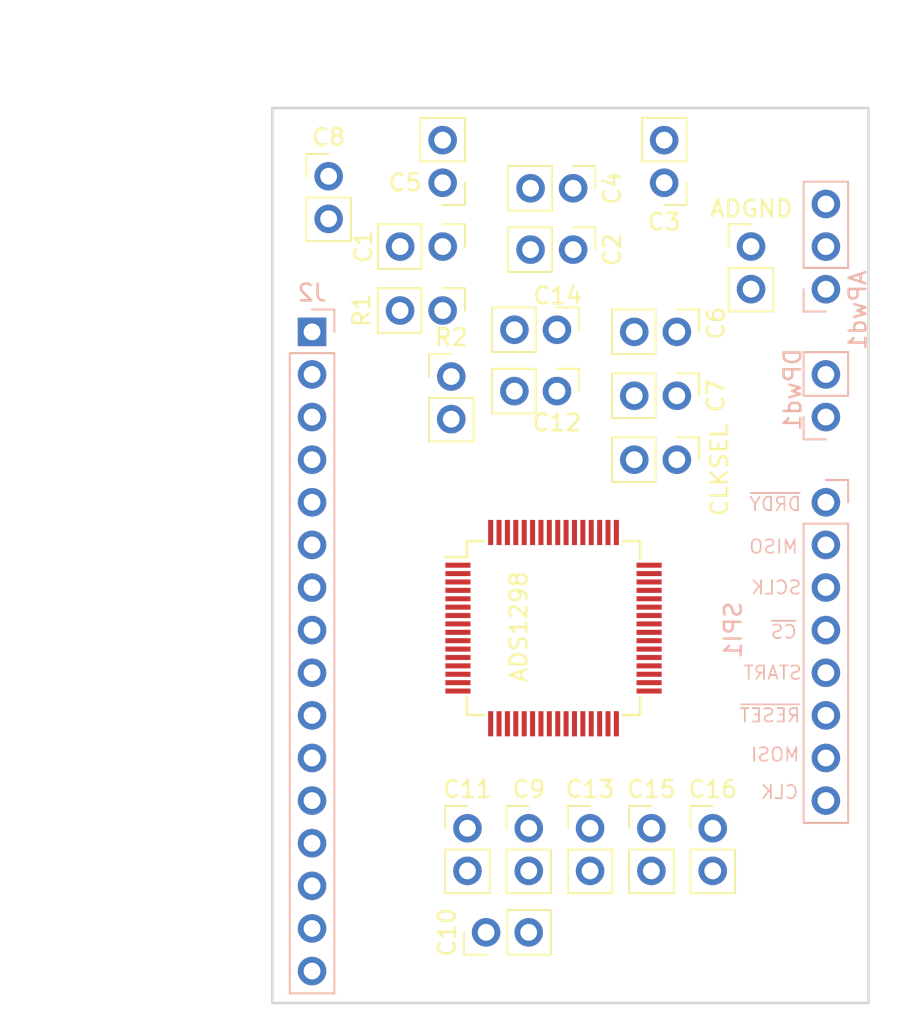
<source format=kicad_pcb>
(kicad_pcb (version 20211014) (generator pcbnew)
  (layers (0 "F.Cu" signal) (31 "B.Cu" signal) (34 "B.Paste" user) (35 "F.Paste" user) (36 "B.SilkS" user "B.Silkscreen") (37 "F.SilkS" user "F.Silkscreen") (38 "B.Mask" user) (39 "F.Mask" user) (44 "Edge.Cuts" user))
  (net 0 "")
  (net 1 "/IN8N")
  (net 2 "/IN8P")
  (net 3 "/IN7N")
  (net 4 "/IN7P")
  (net 5 "/IN6N")
  (net 6 "/IN6P")
  (net 7 "/IN5N")
  (net 8 "/IN5P")
  (net 9 "/IN4N")
  (net 10 "/IN4P")
  (net 11 "/IN3N")
  (net 12 "/IN3P")
  (net 13 "/IN2N")
  (net 14 "/IN2P")
  (net 15 "/IN1N")
  (net 16 "/IN1P")
  (net 17 "/ADS1298/TESTP_PACE_OUT1")
  (net 18 "/ADS1298/TESTN_PACE_OUT2")
  (net 19 "/AVDD")
  (net 20 "/AVSS")
  (net 21 "/ADS1298/RLDREF")
  (net 22 "Net-(ADS1-Pad25)")
  (net 23 "Net-(ADS1-Pad26)")
  (net 24 "Net-(ADS1-Pad27)")
  (net 25 "Net-(ADS1-Pad28)")
  (net 26 "Net-(ADS1-Pad29)")
  (net 27 "Net-(ADS1-Pad30)")
  (net 28 "/DGND")
  (net 29 "/MOSI")
  (net 30 "/DVDD")
  (net 31 "/~{RESET}")
  (net 32 "/CLK")
  (net 33 "/START")
  (net 34 "/~{CS}")
  (net 35 "/SPI_CLK")
  (net 36 "/MISO")
  (net 37 "/~{DRDY}")
  (net 38 "/CLKSEL")
  (net 39 "Net-(ADS1-Pad55)")
  (net 40 "/ADS1298/RLDINV")
  (net 41 "/ADS1298/RLDIN")
  (net 42 "/RDLout")
  (net 43 "Net-(ADS1-Pad64)")
  (net 44 "/AGND")
  (footprint "Housings_QFP:TQFP-64_10x10mm_Pitch0.5mm" (layer "F.Cu") (at 118.3736 111.6396)
    (fp_text reference "ADS1298" (at -2.076 -0.082 90) (layer "F.SilkS"))
    (fp_text value "ADS1298")
    (fp_line (start -5.175 -5.175) (end -4.125 -5.175) (layer "F.SilkS") (width 0.15))
    (fp_line (start -5.175 5.175) (end -5.175 4.125) (layer "F.SilkS") (width 0.15))
    (fp_line (start 5.175 5.175) (end 5.175 4.125) (layer "F.SilkS") (width 0.15))
    (fp_line (start 5.175 -5.175) (end 5.175 -4.125) (layer "F.SilkS") (width 0.15))
    (fp_line (start 5.175 5.175) (end 4.125 5.175) (layer "F.SilkS") (width 0.15))
    (fp_line (start -5.175 -4.225) (end -6.45 -4.225) (layer "F.SilkS") (width 0.15))
    (fp_line (start -5.175 -5.175) (end -5.175 -4.225) (layer "F.SilkS") (width 0.15))
    (fp_line (start 5.175 -5.175) (end 4.125 -5.175) (layer "F.SilkS") (width 0.15))
    (fp_line (start -5.175 5.175) (end -4.125 5.175) (layer "F.SilkS") (width 0.15))
    (pad "1" smd rect locked (at -5.7 -3.75) (size 1.5 0.3) (layers "F.Cu" "F.Paste" "F.Mask") (net 1 "/IN8N"))
    (pad "2" smd rect locked (at -5.7 -3.25) (size 1.5 0.3) (layers "F.Cu" "F.Paste" "F.Mask") (net 2 "/IN8P"))
    (pad "3" smd rect locked (at -5.7 -2.75) (size 1.5 0.3) (layers "F.Cu" "F.Paste" "F.Mask") (net 3 "/IN7N"))
    (pad "4" smd rect locked (at -5.7 -2.25) (size 1.5 0.3) (layers "F.Cu" "F.Paste" "F.Mask") (net 4 "/IN7P"))
    (pad "5" smd rect locked (at -5.7 -1.75) (size 1.5 0.3) (layers "F.Cu" "F.Paste" "F.Mask") (net 5 "/IN6N"))
    (pad "6" smd rect locked (at -5.7 -1.25) (size 1.5 0.3) (layers "F.Cu" "F.Paste" "F.Mask") (net 6 "/IN6P"))
    (pad "7" smd rect locked (at -5.7 -0.75) (size 1.5 0.3) (layers "F.Cu" "F.Paste" "F.Mask") (net 7 "/IN5N"))
    (pad "8" smd rect locked (at -5.7 -0.25) (size 1.5 0.3) (layers "F.Cu" "F.Paste" "F.Mask") (net 8 "/IN5P"))
    (pad "9" smd rect locked (at -5.7 0.25) (size 1.5 0.3) (layers "F.Cu" "F.Paste" "F.Mask") (net 9 "/IN4N"))
    (pad "10" smd rect locked (at -5.7 0.75) (size 1.5 0.3) (layers "F.Cu" "F.Paste" "F.Mask") (net 10 "/IN4P"))
    (pad "11" smd rect locked (at -5.7 1.25) (size 1.5 0.3) (layers "F.Cu" "F.Paste" "F.Mask") (net 11 "/IN3N"))
    (pad "12" smd rect locked (at -5.7 1.75) (size 1.5 0.3) (layers "F.Cu" "F.Paste" "F.Mask") (net 12 "/IN3P"))
    (pad "13" smd rect locked (at -5.7 2.25) (size 1.5 0.3) (layers "F.Cu" "F.Paste" "F.Mask") (net 13 "/IN2N"))
    (pad "14" smd rect locked (at -5.7 2.75) (size 1.5 0.3) (layers "F.Cu" "F.Paste" "F.Mask") (net 14 "/IN2P"))
    (pad "15" smd rect locked (at -5.7 3.25) (size 1.5 0.3) (layers "F.Cu" "F.Paste" "F.Mask") (net 15 "/IN1N"))
    (pad "16" smd rect locked (at -5.7 3.75) (size 1.5 0.3) (layers "F.Cu" "F.Paste" "F.Mask") (net 16 "/IN1P"))
    (pad "17" smd rect locked (at -3.75 5.7 90) (size 1.5 0.3) (layers "F.Cu" "F.Paste" "F.Mask") (net 17 "/ADS1298/TESTP_PACE_OUT1"))
    (pad "18" smd rect locked (at -3.25 5.7 90) (size 1.5 0.3) (layers "F.Cu" "F.Paste" "F.Mask") (net 18 "/ADS1298/TESTN_PACE_OUT2"))
    (pad "19" smd rect locked (at -2.75 5.7 90) (size 1.5 0.3) (layers "F.Cu" "F.Paste" "F.Mask") (net 19 "/AVDD"))
    (pad "20" smd rect locked (at -2.25 5.7 90) (size 1.5 0.3) (layers "F.Cu" "F.Paste" "F.Mask") (net 20 "/AVSS"))
    (pad "21" smd rect locked (at -1.75 5.7 90) (size 1.5 0.3) (layers "F.Cu" "F.Paste" "F.Mask") (net 19 "/AVDD"))
    (pad "22" smd rect locked (at -1.25 5.7 90) (size 1.5 0.3) (layers "F.Cu" "F.Paste" "F.Mask") (net 19 "/AVDD"))
    (pad "23" smd rect locked (at -0.75 5.7 90) (size 1.5 0.3) (layers "F.Cu" "F.Paste" "F.Mask") (net 20 "/AVSS"))
    (pad "24" smd rect locked (at -0.25 5.7 90) (size 1.5 0.3) (layers "F.Cu" "F.Paste" "F.Mask") (net 21 "/ADS1298/RLDREF"))
    (pad "25" smd rect locked (at 0.25 5.7 90) (size 1.5 0.3) (layers "F.Cu" "F.Paste" "F.Mask") (net 22 "Net-(ADS1-Pad25)"))
    (pad "26" smd rect locked (at 0.75 5.7 90) (size 1.5 0.3) (layers "F.Cu" "F.Paste" "F.Mask") (net 23 "Net-(ADS1-Pad26)"))
    (pad "27" smd rect locked (at 1.25 5.7 90) (size 1.5 0.3) (layers "F.Cu" "F.Paste" "F.Mask") (net 24 "Net-(ADS1-Pad27)"))
    (pad "28" smd rect locked (at 1.75 5.7 90) (size 1.5 0.3) (layers "F.Cu" "F.Paste" "F.Mask") (net 25 "Net-(ADS1-Pad28)"))
    (pad "29" smd rect locked (at 2.25 5.7 90) (size 1.5 0.3) (layers "F.Cu" "F.Paste" "F.Mask") (net 26 "Net-(ADS1-Pad29)"))
    (pad "30" smd rect locked (at 2.75 5.7 90) (size 1.5 0.3) (layers "F.Cu" "F.Paste" "F.Mask") (net 27 "Net-(ADS1-Pad30)"))
    (pad "31" smd rect locked (at 3.25 5.7 90) (size 1.5 0.3) (layers "F.Cu" "F.Paste" "F.Mask") (net 28 "/DGND"))
    (pad "32" smd rect locked (at 3.75 5.7 90) (size 1.5 0.3) (layers "F.Cu" "F.Paste" "F.Mask") (net 20 "/AVSS"))
    (pad "33" smd rect locked (at 5.7 3.75) (size 1.5 0.3) (layers "F.Cu" "F.Paste" "F.Mask") (net 28 "/DGND"))
    (pad "34" smd rect locked (at 5.7 3.25) (size 1.5 0.3) (layers "F.Cu" "F.Paste" "F.Mask") (net 29 "/MOSI"))
    (pad "35" smd rect locked (at 5.7 2.75) (size 1.5 0.3) (layers "F.Cu" "F.Paste" "F.Mask") (net 30 "/DVDD"))
    (pad "36" smd rect locked (at 5.7 2.25) (size 1.5 0.3) (layers "F.Cu" "F.Paste" "F.Mask") (net 31 "/~{RESET}"))
    (pad "37" smd rect locked (at 5.7 1.75) (size 1.5 0.3) (layers "F.Cu" "F.Paste" "F.Mask") (net 32 "/CLK"))
    (pad "38" smd rect locked (at 5.7 1.25) (size 1.5 0.3) (layers "F.Cu" "F.Paste" "F.Mask") (net 33 "/START"))
    (pad "39" smd rect locked (at 5.7 0.75) (size 1.5 0.3) (layers "F.Cu" "F.Paste" "F.Mask") (net 34 "/~{CS}"))
    (pad "40" smd rect locked (at 5.7 0.25) (size 1.5 0.3) (layers "F.Cu" "F.Paste" "F.Mask") (net 35 "/SPI_CLK"))
    (pad "41" smd rect locked (at 5.7 -0.25) (size 1.5 0.3) (layers "F.Cu" "F.Paste" "F.Mask") (net 28 "/DGND"))
    (pad "42" smd rect locked (at 5.7 -0.75) (size 1.5 0.3) (layers "F.Cu" "F.Paste" "F.Mask") (net 28 "/DGND"))
    (pad "43" smd rect locked (at 5.7 -1.25) (size 1.5 0.3) (layers "F.Cu" "F.Paste" "F.Mask") (net 36 "/MISO"))
    (pad "44" smd rect locked (at 5.7 -1.75) (size 1.5 0.3) (layers "F.Cu" "F.Paste" "F.Mask") (net 28 "/DGND"))
    (pad "45" smd rect locked (at 5.7 -2.25) (size 1.5 0.3) (layers "F.Cu" "F.Paste" "F.Mask") (net 28 "/DGND"))
    (pad "46" smd rect locked (at 5.7 -2.75) (size 1.5 0.3) (layers "F.Cu" "F.Paste" "F.Mask") (net 28 "/DGND"))
    (pad "47" smd rect locked (at 5.7 -3.25) (size 1.5 0.3) (layers "F.Cu" "F.Paste" "F.Mask") (net 37 "/~{DRDY}"))
    (pad "48" smd rect locked (at 5.7 -3.75) (size 1.5 0.3) (layers "F.Cu" "F.Paste" "F.Mask") (net 30 "/DVDD"))
    (pad "49" smd rect locked (at 3.75 -5.7 90) (size 1.5 0.3) (layers "F.Cu" "F.Paste" "F.Mask") (net 28 "/DGND"))
    (pad "50" smd rect locked (at 3.25 -5.7 90) (size 1.5 0.3) (layers "F.Cu" "F.Paste" "F.Mask") (net 30 "/DVDD"))
    (pad "51" smd rect locked (at 2.75 -5.7 90) (size 1.5 0.3) (layers "F.Cu" "F.Paste" "F.Mask") (net 28 "/DGND"))
    (pad "52" smd rect locked (at 2.25 -5.7 90) (size 1.5 0.3) (layers "F.Cu" "F.Paste" "F.Mask") (net 38 "/CLKSEL"))
    (pad "53" smd rect locked (at 1.75 -5.7 90) (size 1.5 0.3) (layers "F.Cu" "F.Paste" "F.Mask") (net 20 "/AVSS"))
    (pad "54" smd rect locked (at 1.25 -5.7 90) (size 1.5 0.3) (layers "F.Cu" "F.Paste" "F.Mask") (net 19 "/AVDD"))
    (pad "55" smd rect locked (at 0.75 -5.7 90) (size 1.5 0.3) (layers "F.Cu" "F.Paste" "F.Mask") (net 39 "Net-(ADS1-Pad55)"))
    (pad "56" smd rect locked (at 0.25 -5.7 90) (size 1.5 0.3) (layers "F.Cu" "F.Paste" "F.Mask") (net 19 "/AVDD"))
    (pad "57" smd rect locked (at -0.25 -5.7 90) (size 1.5 0.3) (layers "F.Cu" "F.Paste" "F.Mask") (net 20 "/AVSS"))
    (pad "58" smd rect locked (at -0.75 -5.7 90) (size 1.5 0.3) (layers "F.Cu" "F.Paste" "F.Mask") (net 20 "/AVSS"))
    (pad "59" smd rect locked (at -1.25 -5.7 90) (size 1.5 0.3) (layers "F.Cu" "F.Paste" "F.Mask") (net 19 "/AVDD"))
    (pad "60" smd rect locked (at -1.75 -5.7 90) (size 1.5 0.3) (layers "F.Cu" "F.Paste" "F.Mask") (net 21 "/ADS1298/RLDREF"))
    (pad "61" smd rect locked (at -2.25 -5.7 90) (size 1.5 0.3) (layers "F.Cu" "F.Paste" "F.Mask") (net 40 "/ADS1298/RLDINV"))
    (pad "62" smd rect locked (at -2.75 -5.7 90) (size 1.5 0.3) (layers "F.Cu" "F.Paste" "F.Mask") (net 41 "/ADS1298/RLDIN"))
    (pad "63" smd rect locked (at -3.25 -5.7 90) (size 1.5 0.3) (layers "F.Cu" "F.Paste" "F.Mask") (net 42 "/RDLout"))
    (pad "64" smd rect locked (at -3.75 -5.7 90) (size 1.5 0.3) (layers "F.Cu" "F.Paste" "F.Mask") (net 43 "Net-(ADS1-Pad64)"))
  )
  (footprint "Connector_PinHeader_2.54mm:PinHeader_1x02_P2.54mm_Vertical" (layer "F.Cu") (at 111.765 88.9 -90)
    (fp_text reference "C1" (at 0 4.7294 -270) (layer "F.SilkS"))
    (fp_text value "1nf")
    (fp_line (start -1.33 1.27) (end -1.33 3.87) (layer "F.SilkS") (width 0.12))
    (fp_line (start 1.33 1.27) (end 1.33 3.87) (layer "F.SilkS") (width 0.12))
    (fp_line (start -1.33 1.27) (end 1.33 1.27) (layer "F.SilkS") (width 0.12))
    (fp_line (start -1.33 -1.33) (end 0 -1.33) (layer "F.SilkS") (width 0.12))
    (fp_line (start -1.33 3.87) (end 1.33 3.87) (layer "F.SilkS") (width 0.12))
    (fp_line (start -1.33 0) (end -1.33 -1.33) (layer "F.SilkS") (width 0.12))
    (pad "1" thru_hole circle (at 0 0 270) (size 1.7 1.7) (drill 1) (layers *.Cu *.Mask) (net 40 "/ADS1298/RLDINV"))
    (pad "2" thru_hole oval (at 0 2.54 270) (size 1.7 1.7) (drill 1) (layers *.Cu *.Mask) (net 42 "/RDLout"))
  )
  (footprint "Connector_PinHeader_2.54mm:PinHeader_1x02_P2.54mm_Vertical" (layer "F.Cu") (at 119.5438 89.0804 -90)
    (fp_text reference "C2" (at 0 -2.33 90) (layer "F.SilkS"))
    (fp_text value "1uF")
    (fp_line (start -1.33 1.27) (end 1.33 1.27) (layer "F.SilkS") (width 0.12))
    (fp_line (start -1.33 3.87) (end 1.33 3.87) (layer "F.SilkS") (width 0.12))
    (fp_line (start 1.33 1.27) (end 1.33 3.87) (layer "F.SilkS") (width 0.12))
    (fp_line (start -1.33 1.27) (end -1.33 3.87) (layer "F.SilkS") (width 0.12))
    (fp_line (start -1.33 0) (end -1.33 -1.33) (layer "F.SilkS") (width 0.12))
    (fp_line (start -1.33 -1.33) (end 0 -1.33) (layer "F.SilkS") (width 0.12))
    (pad "1" thru_hole circle (at 0 0 270) (size 1.7 1.7) (drill 1) (layers *.Cu *.Mask) (net 19 "/AVDD"))
    (pad "2" thru_hole oval (at 0 2.54 270) (size 1.7 1.7) (drill 1) (layers *.Cu *.Mask) (net 44 "/AGND"))
  )
  (footprint "Connector_PinHeader_2.54mm:PinHeader_1x02_P2.54mm_Vertical" (layer "F.Cu") (at 124.9744 85.095 180)
    (fp_text reference "C3" (at 0 -2.33) (layer "F.SilkS"))
    (fp_text value "1uF")
    (fp_line (start 1.33 1.27) (end 1.33 3.87) (layer "F.SilkS") (width 0.12))
    (fp_line (start -1.33 1.27) (end 1.33 1.27) (layer "F.SilkS") (width 0.12))
    (fp_line (start -1.33 1.27) (end -1.33 3.87) (layer "F.SilkS") (width 0.12))
    (fp_line (start -1.33 3.87) (end 1.33 3.87) (layer "F.SilkS") (width 0.12))
    (fp_line (start -1.33 -1.33) (end 0 -1.33) (layer "F.SilkS") (width 0.12))
    (fp_line (start -1.33 0) (end -1.33 -1.33) (layer "F.SilkS") (width 0.12))
    (pad "1" thru_hole circle (at 0 0 180) (size 1.7 1.7) (drill 1) (layers *.Cu *.Mask) (net 44 "/AGND"))
    (pad "2" thru_hole oval (at 0 2.54 180) (size 1.7 1.7) (drill 1) (layers *.Cu *.Mask) (net 20 "/AVSS"))
  )
  (footprint "Connector_PinHeader_2.54mm:PinHeader_1x02_P2.54mm_Vertical" (layer "F.Cu") (at 119.5438 85.4228 -90)
    (fp_text reference "C4" (at 0 -2.33 90) (layer "F.SilkS"))
    (fp_text value "0.1uF")
    (fp_line (start -1.33 1.27) (end 1.33 1.27) (layer "F.SilkS") (width 0.12))
    (fp_line (start -1.33 1.27) (end -1.33 3.87) (layer "F.SilkS") (width 0.12))
    (fp_line (start 1.33 1.27) (end 1.33 3.87) (layer "F.SilkS") (width 0.12))
    (fp_line (start -1.33 3.87) (end 1.33 3.87) (layer "F.SilkS") (width 0.12))
    (fp_line (start -1.33 0) (end -1.33 -1.33) (layer "F.SilkS") (width 0.12))
    (fp_line (start -1.33 -1.33) (end 0 -1.33) (layer "F.SilkS") (width 0.12))
    (pad "1" thru_hole circle (at 0 0 270) (size 1.7 1.7) (drill 1) (layers *.Cu *.Mask) (net 19 "/AVDD"))
    (pad "2" thru_hole oval (at 0 2.54 270) (size 1.7 1.7) (drill 1) (layers *.Cu *.Mask) (net 44 "/AGND"))
  )
  (footprint "Connector_PinHeader_2.54mm:PinHeader_1x02_P2.54mm_Vertical" (layer "F.Cu") (at 111.76 85.095 180)
    (fp_text reference "C5" (at 2.2352 0.005) (layer "F.SilkS"))
    (fp_text value "0.1uF")
    (fp_line (start -1.33 1.27) (end -1.33 3.87) (layer "F.SilkS") (width 0.12))
    (fp_line (start -1.33 -1.33) (end 0 -1.33) (layer "F.SilkS") (width 0.12))
    (fp_line (start 1.33 1.27) (end 1.33 3.87) (layer "F.SilkS") (width 0.12))
    (fp_line (start -1.33 0) (end -1.33 -1.33) (layer "F.SilkS") (width 0.12))
    (fp_line (start -1.33 3.87) (end 1.33 3.87) (layer "F.SilkS") (width 0.12))
    (fp_line (start -1.33 1.27) (end 1.33 1.27) (layer "F.SilkS") (width 0.12))
    (pad "1" thru_hole circle (at 0 0 180) (size 1.7 1.7) (drill 1) (layers *.Cu *.Mask) (net 44 "/AGND"))
    (pad "2" thru_hole oval (at 0 2.54 180) (size 1.7 1.7) (drill 1) (layers *.Cu *.Mask) (net 20 "/AVSS"))
  )
  (footprint "Connector_PinHeader_2.54mm:PinHeader_1x02_P2.54mm_Vertical" (layer "F.Cu") (at 125.73 93.98 -90)
    (fp_text reference "C6" (at -0.508 -2.33 90) (layer "F.SilkS"))
    (fp_text value "1uF")
    (fp_line (start -1.33 3.87) (end 1.33 3.87) (layer "F.SilkS") (width 0.12))
    (fp_line (start -1.33 1.27) (end -1.33 3.87) (layer "F.SilkS") (width 0.12))
    (fp_line (start 1.33 1.27) (end 1.33 3.87) (layer "F.SilkS") (width 0.12))
    (fp_line (start -1.33 1.27) (end 1.33 1.27) (layer "F.SilkS") (width 0.12))
    (fp_line (start -1.33 -1.33) (end 0 -1.33) (layer "F.SilkS") (width 0.12))
    (fp_line (start -1.33 0) (end -1.33 -1.33) (layer "F.SilkS") (width 0.12))
    (pad "1" thru_hole circle (at 0 0 270) (size 1.7 1.7) (drill 1) (layers *.Cu *.Mask) (net 30 "/DVDD"))
    (pad "2" thru_hole oval (at 0 2.54 270) (size 1.7 1.7) (drill 1) (layers *.Cu *.Mask) (net 28 "/DGND"))
  )
  (footprint "Connector_PinHeader_2.54mm:PinHeader_1x02_P2.54mm_Vertical" (layer "F.Cu") (at 125.73 97.79 -90)
    (fp_text reference "C7" (at 0 -2.33 90) (layer "F.SilkS"))
    (fp_text value "0.1uF")
    (fp_line (start -1.33 1.27) (end 1.33 1.27) (layer "F.SilkS") (width 0.12))
    (fp_line (start -1.33 0) (end -1.33 -1.33) (layer "F.SilkS") (width 0.12))
    (fp_line (start -1.33 1.27) (end -1.33 3.87) (layer "F.SilkS") (width 0.12))
    (fp_line (start 1.33 1.27) (end 1.33 3.87) (layer "F.SilkS") (width 0.12))
    (fp_line (start -1.33 -1.33) (end 0 -1.33) (layer "F.SilkS") (width 0.12))
    (fp_line (start -1.33 3.87) (end 1.33 3.87) (layer "F.SilkS") (width 0.12))
    (pad "1" thru_hole circle (at 0 0 270) (size 1.7 1.7) (drill 1) (layers *.Cu *.Mask) (net 30 "/DVDD"))
    (pad "2" thru_hole oval (at 0 2.54 270) (size 1.7 1.7) (drill 1) (layers *.Cu *.Mask) (net 28 "/DGND"))
  )
  (footprint "Connector_PinHeader_2.54mm:PinHeader_1x02_P2.54mm_Vertical" (layer "F.Cu") (at 104.9592 84.7066)
    (fp_text reference "C8" (at 0 -2.33) (layer "F.SilkS"))
    (fp_text value "100pf")
    (fp_line (start -1.33 1.27) (end -1.33 3.87) (layer "F.SilkS") (width 0.12))
    (fp_line (start 1.33 1.27) (end 1.33 3.87) (layer "F.SilkS") (width 0.12))
    (fp_line (start -1.33 -1.33) (end 0 -1.33) (layer "F.SilkS") (width 0.12))
    (fp_line (start -1.33 1.27) (end 1.33 1.27) (layer "F.SilkS") (width 0.12))
    (fp_line (start -1.33 3.87) (end 1.33 3.87) (layer "F.SilkS") (width 0.12))
    (fp_line (start -1.33 0) (end -1.33 -1.33) (layer "F.SilkS") (width 0.12))
    (pad "1" thru_hole circle (at 0 0) (size 1.7 1.7) (drill 1) (layers *.Cu *.Mask) (net 20 "/AVSS"))
    (pad "2" thru_hole oval (at 0 2.54) (size 1.7 1.7) (drill 1) (layers *.Cu *.Mask) (net 43 "Net-(ADS1-Pad64)"))
  )
  (footprint "Connector_PinHeader_2.54mm:PinHeader_1x02_P2.54mm_Vertical" (layer "F.Cu") (at 116.8972 123.5686)
    (fp_text reference "C9" (at 0 -2.33) (layer "F.SilkS"))
    (fp_text value "0.1uF")
    (fp_line (start -1.33 3.87) (end 1.33 3.87) (layer "F.SilkS") (width 0.12))
    (fp_line (start -1.33 -1.33) (end 0 -1.33) (layer "F.SilkS") (width 0.12))
    (fp_line (start -1.33 0) (end -1.33 -1.33) (layer "F.SilkS") (width 0.12))
    (fp_line (start 1.33 1.27) (end 1.33 3.87) (layer "F.SilkS") (width 0.12))
    (fp_line (start -1.33 1.27) (end 1.33 1.27) (layer "F.SilkS") (width 0.12))
    (fp_line (start -1.33 1.27) (end -1.33 3.87) (layer "F.SilkS") (width 0.12))
    (pad "1" thru_hole circle (at 0 0) (size 1.7 1.7) (drill 1) (layers *.Cu *.Mask) (net 21 "/ADS1298/RLDREF"))
    (pad "2" thru_hole oval (at 0 2.54) (size 1.7 1.7) (drill 1) (layers *.Cu *.Mask) (net 22 "Net-(ADS1-Pad25)"))
  )
  (footprint "Connector_PinHeader_2.54mm:PinHeader_1x02_P2.54mm_Vertical" (layer "F.Cu") (at 114.3522 129.7712 90)
    (fp_text reference "C10" (at 0 -2.33 90) (layer "F.SilkS"))
    (fp_text value "1uF")
    (fp_line (start -1.33 3.87) (end 1.33 3.87) (layer "F.SilkS") (width 0.12))
    (fp_line (start -1.33 0) (end -1.33 -1.33) (layer "F.SilkS") (width 0.12))
    (fp_line (start 1.33 1.27) (end 1.33 3.87) (layer "F.SilkS") (width 0.12))
    (fp_line (start -1.33 1.27) (end -1.33 3.87) (layer "F.SilkS") (width 0.12))
    (fp_line (start -1.33 1.27) (end 1.33 1.27) (layer "F.SilkS") (width 0.12))
    (fp_line (start -1.33 -1.33) (end 0 -1.33) (layer "F.SilkS") (width 0.12))
    (pad "1" thru_hole circle (at 0 0 90) (size 1.7 1.7) (drill 1) (layers *.Cu *.Mask) (net 22 "Net-(ADS1-Pad25)"))
    (pad "2" thru_hole oval (at 0 2.54 90) (size 1.7 1.7) (drill 1) (layers *.Cu *.Mask) (net 20 "/AVSS"))
  )
  (footprint "Connector_PinHeader_2.54mm:PinHeader_1x02_P2.54mm_Vertical" (layer "F.Cu") (at 113.2396 123.5686)
    (fp_text reference "C11" (at 0 -2.33) (layer "F.SilkS"))
    (fp_text value "10uF")
    (fp_line (start -1.33 0) (end -1.33 -1.33) (layer "F.SilkS") (width 0.12))
    (fp_line (start 1.33 1.27) (end 1.33 3.87) (layer "F.SilkS") (width 0.12))
    (fp_line (start -1.33 -1.33) (end 0 -1.33) (layer "F.SilkS") (width 0.12))
    (fp_line (start -1.33 1.27) (end 1.33 1.27) (layer "F.SilkS") (width 0.12))
    (fp_line (start -1.33 1.27) (end -1.33 3.87) (layer "F.SilkS") (width 0.12))
    (fp_line (start -1.33 3.87) (end 1.33 3.87) (layer "F.SilkS") (width 0.12))
    (pad "1" thru_hole circle (at 0 0) (size 1.7 1.7) (drill 1) (layers *.Cu *.Mask) (net 21 "/ADS1298/RLDREF"))
    (pad "2" thru_hole oval (at 0 2.54) (size 1.7 1.7) (drill 1) (layers *.Cu *.Mask) (net 22 "Net-(ADS1-Pad25)"))
  )
  (footprint "Connector_PinHeader_2.54mm:PinHeader_1x02_P2.54mm_Vertical" (layer "F.Cu") (at 118.5786 97.5132 -90)
    (fp_text reference "C12" (at 1.8796 0.005 180) (layer "F.SilkS"))
    (fp_text value "1uF")
    (fp_line (start -1.33 -1.33) (end 0 -1.33) (layer "F.SilkS") (width 0.12))
    (fp_line (start -1.33 0) (end -1.33 -1.33) (layer "F.SilkS") (width 0.12))
    (fp_line (start 1.33 1.27) (end 1.33 3.87) (layer "F.SilkS") (width 0.12))
    (fp_line (start -1.33 3.87) (end 1.33 3.87) (layer "F.SilkS") (width 0.12))
    (fp_line (start -1.33 1.27) (end -1.33 3.87) (layer "F.SilkS") (width 0.12))
    (fp_line (start -1.33 1.27) (end 1.33 1.27) (layer "F.SilkS") (width 0.12))
    (pad "1" thru_hole circle (at 0 0 270) (size 1.7 1.7) (drill 1) (layers *.Cu *.Mask) (net 20 "/AVSS"))
    (pad "2" thru_hole oval (at 0 2.54 270) (size 1.7 1.7) (drill 1) (layers *.Cu *.Mask) (net 39 "Net-(ADS1-Pad55)"))
  )
  (footprint "Connector_PinHeader_2.54mm:PinHeader_1x02_P2.54mm_Vertical" (layer "F.Cu") (at 120.5548 123.5686)
    (fp_text reference "C13" (at 0 -2.33) (layer "F.SilkS"))
    (fp_text value "1uF")
    (fp_line (start -1.33 3.87) (end 1.33 3.87) (layer "F.SilkS") (width 0.12))
    (fp_line (start 1.33 1.27) (end 1.33 3.87) (layer "F.SilkS") (width 0.12))
    (fp_line (start -1.33 -1.33) (end 0 -1.33) (layer "F.SilkS") (width 0.12))
    (fp_line (start -1.33 1.27) (end 1.33 1.27) (layer "F.SilkS") (width 0.12))
    (fp_line (start -1.33 0) (end -1.33 -1.33) (layer "F.SilkS") (width 0.12))
    (fp_line (start -1.33 1.27) (end -1.33 3.87) (layer "F.SilkS") (width 0.12))
    (pad "1" thru_hole circle (at 0 0) (size 1.7 1.7) (drill 1) (layers *.Cu *.Mask) (net 23 "Net-(ADS1-Pad26)"))
    (pad "2" thru_hole oval (at 0 2.54) (size 1.7 1.7) (drill 1) (layers *.Cu *.Mask) (net 20 "/AVSS"))
  )
  (footprint "Connector_PinHeader_2.54mm:PinHeader_1x02_P2.54mm_Vertical" (layer "F.Cu") (at 118.5786 93.8556 -90)
    (fp_text reference "C14" (at -2.032 -0.0458 180) (layer "F.SilkS"))
    (fp_text value "0.1uF")
    (fp_line (start -1.33 1.27) (end -1.33 3.87) (layer "F.SilkS") (width 0.12))
    (fp_line (start -1.33 3.87) (end 1.33 3.87) (layer "F.SilkS") (width 0.12))
    (fp_line (start -1.33 -1.33) (end 0 -1.33) (layer "F.SilkS") (width 0.12))
    (fp_line (start 1.33 1.27) (end 1.33 3.87) (layer "F.SilkS") (width 0.12))
    (fp_line (start -1.33 1.27) (end 1.33 1.27) (layer "F.SilkS") (width 0.12))
    (fp_line (start -1.33 0) (end -1.33 -1.33) (layer "F.SilkS") (width 0.12))
    (pad "1" thru_hole circle (at 0 0 270) (size 1.7 1.7) (drill 1) (layers *.Cu *.Mask) (net 20 "/AVSS"))
    (pad "2" thru_hole oval (at 0 2.54 270) (size 1.7 1.7) (drill 1) (layers *.Cu *.Mask) (net 39 "Net-(ADS1-Pad55)"))
  )
  (footprint "Connector_PinHeader_2.54mm:PinHeader_1x02_P2.54mm_Vertical" (layer "F.Cu") (at 124.2124 123.5686)
    (fp_text reference "C15" (at 0 -2.33) (layer "F.SilkS"))
    (fp_text value "22uF")
    (fp_line (start 1.33 1.27) (end 1.33 3.87) (layer "F.SilkS") (width 0.12))
    (fp_line (start -1.33 1.27) (end -1.33 3.87) (layer "F.SilkS") (width 0.12))
    (fp_line (start -1.33 3.87) (end 1.33 3.87) (layer "F.SilkS") (width 0.12))
    (fp_line (start -1.33 1.27) (end 1.33 1.27) (layer "F.SilkS") (width 0.12))
    (fp_line (start -1.33 -1.33) (end 0 -1.33) (layer "F.SilkS") (width 0.12))
    (fp_line (start -1.33 0) (end -1.33 -1.33) (layer "F.SilkS") (width 0.12))
    (pad "1" thru_hole circle (at 0 0) (size 1.7 1.7) (drill 1) (layers *.Cu *.Mask) (net 25 "Net-(ADS1-Pad28)"))
    (pad "2" thru_hole oval (at 0 2.54) (size 1.7 1.7) (drill 1) (layers *.Cu *.Mask) (net 20 "/AVSS"))
  )
  (footprint "Connector_PinHeader_2.54mm:PinHeader_1x02_P2.54mm_Vertical" (layer "F.Cu") (at 127.87 123.5686)
    (fp_text reference "C16" (at 0 -2.33) (layer "F.SilkS"))
    (fp_text value "1uF")
    (fp_line (start 1.33 1.27) (end 1.33 3.87) (layer "F.SilkS") (width 0.12))
    (fp_line (start -1.33 -1.33) (end 0 -1.33) (layer "F.SilkS") (width 0.12))
    (fp_line (start -1.33 3.87) (end 1.33 3.87) (layer "F.SilkS") (width 0.12))
    (fp_line (start -1.33 0) (end -1.33 -1.33) (layer "F.SilkS") (width 0.12))
    (fp_line (start -1.33 1.27) (end 1.33 1.27) (layer "F.SilkS") (width 0.12))
    (fp_line (start -1.33 1.27) (end -1.33 3.87) (layer "F.SilkS") (width 0.12))
    (pad "1" thru_hole circle (at 0 0) (size 1.7 1.7) (drill 1) (layers *.Cu *.Mask) (net 27 "Net-(ADS1-Pad30)"))
    (pad "2" thru_hole oval (at 0 2.54) (size 1.7 1.7) (drill 1) (layers *.Cu *.Mask) (net 20 "/AVSS"))
  )
  (footprint "Connector_PinHeader_2.54mm:PinHeader_1x02_P2.54mm_Vertical" (layer "F.Cu") (at 125.73 101.6 -90)
    (fp_text reference "CLKSEL" (at 0.635 -2.54 -90) (layer "F.SilkS"))
    (fp_text value "Jumper_NO_Small")
    (fp_line (start -1.33 -1.33) (end 0 -1.33) (layer "F.SilkS") (width 0.12))
    (fp_line (start -1.33 0) (end -1.33 -1.33) (layer "F.SilkS") (width 0.12))
    (fp_line (start -1.33 1.27) (end -1.33 3.87) (layer "F.SilkS") (width 0.12))
    (fp_line (start -1.33 1.27) (end 1.33 1.27) (layer "F.SilkS") (width 0.12))
    (fp_line (start -1.33 3.87) (end 1.33 3.87) (layer "F.SilkS") (width 0.12))
    (fp_line (start 1.33 1.27) (end 1.33 3.87) (layer "F.SilkS") (width 0.12))
    (pad "1" thru_hole circle (at 0 0 270) (size 1.7 1.7) (drill 1) (layers *.Cu *.Mask) (net 30 "/DVDD"))
    (pad "2" thru_hole oval (at 0 2.54 270) (size 1.7 1.7) (drill 1) (layers *.Cu *.Mask) (net 38 "/CLKSEL"))
  )
  (footprint "Connector_PinHeader_2.54mm:PinHeader_1x02_P2.54mm_Vertical" (layer "F.Cu") (at 130.156 88.895)
    (fp_text reference "ADGND" (at 0.019 -2.2582) (layer "F.SilkS"))
    (fp_text value "Jumper_NO_Small")
    (fp_line (start -1.33 3.87) (end 1.33 3.87) (layer "F.SilkS") (width 0.12))
    (fp_line (start -1.33 0) (end -1.33 -1.33) (layer "F.SilkS") (width 0.12))
    (fp_line (start -1.33 1.27) (end 1.33 1.27) (layer "F.SilkS") (width 0.12))
    (fp_line (start -1.33 1.27) (end -1.33 3.87) (layer "F.SilkS") (width 0.12))
    (fp_line (start 1.33 1.27) (end 1.33 3.87) (layer "F.SilkS") (width 0.12))
    (fp_line (start -1.33 -1.33) (end 0 -1.33) (layer "F.SilkS") (width 0.12))
    (pad "1" thru_hole circle (at 0 0) (size 1.7 1.7) (drill 1) (layers *.Cu *.Mask) (net 44 "/AGND"))
    (pad "2" thru_hole oval (at 0 2.54) (size 1.7 1.7) (drill 1) (layers *.Cu *.Mask) (net 28 "/DGND"))
  )
  (footprint "Connector_PinHeader_2.54mm:PinHeader_1x02_P2.54mm_Vertical" (layer "F.Cu") (at 111.76 92.71 -90)
    (fp_text reference "R1" (at 0 4.831 -270) (layer "F.SilkS"))
    (fp_text value "1M")
    (fp_line (start -1.33 1.27) (end 1.33 1.27) (layer "F.SilkS") (width 0.12))
    (fp_line (start -1.33 0) (end -1.33 -1.33) (layer "F.SilkS") (width 0.12))
    (fp_line (start -1.33 3.87) (end 1.33 3.87) (layer "F.SilkS") (width 0.12))
    (fp_line (start -1.33 1.27) (end -1.33 3.87) (layer "F.SilkS") (width 0.12))
    (fp_line (start -1.33 -1.33) (end 0 -1.33) (layer "F.SilkS") (width 0.12))
    (fp_line (start 1.33 1.27) (end 1.33 3.87) (layer "F.SilkS") (width 0.12))
    (pad "1" thru_hole circle (at 0 0 270) (size 1.7 1.7) (drill 1) (layers *.Cu *.Mask) (net 40 "/ADS1298/RLDINV"))
    (pad "2" thru_hole oval (at 0 2.54 270) (size 1.7 1.7) (drill 1) (layers *.Cu *.Mask) (net 42 "/RDLout"))
  )
  (footprint "Connector_PinHeader_2.54mm:PinHeader_1x02_P2.54mm_Vertical" (layer "F.Cu") (at 112.2744 96.6446)
    (fp_text reference "R2" (at 0 -2.33) (layer "F.SilkS"))
    (fp_text value "1M")
    (fp_line (start -1.33 0) (end -1.33 -1.33) (layer "F.SilkS") (width 0.12))
    (fp_line (start -1.33 1.27) (end -1.33 3.87) (layer "F.SilkS") (width 0.12))
    (fp_line (start -1.33 -1.33) (end 0 -1.33) (layer "F.SilkS") (width 0.12))
    (fp_line (start 1.33 1.27) (end 1.33 3.87) (layer "F.SilkS") (width 0.12))
    (fp_line (start -1.33 1.27) (end 1.33 1.27) (layer "F.SilkS") (width 0.12))
    (fp_line (start -1.33 3.87) (end 1.33 3.87) (layer "F.SilkS") (width 0.12))
    (pad "1" thru_hole circle (at 0 0) (size 1.7 1.7) (drill 1) (layers *.Cu *.Mask) (net 44 "/AGND"))
    (pad "2" thru_hole oval (at 0 2.54) (size 1.7 1.7) (drill 1) (layers *.Cu *.Mask) (net 41 "/ADS1298/RLDIN"))
  )
  (footprint "Connector_PinHeader_2.54mm:PinHeader_1x03_P2.54mm_Vertical" (layer "B.Cu") (at 134.62 91.44)
    (fp_text reference "APwd1" (at 1.905 1.27 90) (layer "B.SilkS") (effects (justify mirror)))
    (fp_text value "Conn_01x03")
    (fp_line (start -1.33 0) (end -1.33 1.33) (layer "B.SilkS") (width 0.12))
    (fp_line (start -1.33 -1.27) (end 1.33 -1.27) (layer "B.SilkS") (width 0.12))
    (fp_line (start -1.33 -1.27) (end -1.33 -6.41) (layer "B.SilkS") (width 0.12))
    (fp_line (start -1.33 -6.41) (end 1.33 -6.41) (layer "B.SilkS") (width 0.12))
    (fp_line (start 1.33 -1.27) (end 1.33 -6.41) (layer "B.SilkS") (width 0.12))
    (fp_line (start -1.33 1.33) (end 0 1.33) (layer "B.SilkS") (width 0.12))
    (pad "1" thru_hole circle (at 0 0) (size 1.7 1.7) (drill 1) (layers *.Cu *.Mask) (net 19 "/AVDD"))
    (pad "2" thru_hole oval (at 0 -2.54) (size 1.7 1.7) (drill 1) (layers *.Cu *.Mask) (net 44 "/AGND"))
    (pad "3" thru_hole oval (at 0 -5.08) (size 1.7 1.7) (drill 1) (layers *.Cu *.Mask) (net 20 "/AVSS"))
  )
  (footprint "Connector_PinHeader_2.54mm:PinHeader_1x02_P2.54mm_Vertical" (layer "B.Cu") (at 134.62 99.06)
    (fp_text reference "DPwd1" (at -1.9812 -1.6306 270) (layer "B.SilkS") (effects (justify mirror)))
    (fp_text value "Conn_01x02")
    (fp_line (start -1.33 0) (end -1.33 1.33) (layer "B.SilkS") (width 0.12))
    (fp_line (start -1.33 -3.87) (end 1.33 -3.87) (layer "B.SilkS") (width 0.12))
    (fp_line (start -1.33 -1.27) (end 1.33 -1.27) (layer "B.SilkS") (width 0.12))
    (fp_line (start -1.33 -1.27) (end -1.33 -3.87) (layer "B.SilkS") (width 0.12))
    (fp_line (start -1.33 1.33) (end 0 1.33) (layer "B.SilkS") (width 0.12))
    (fp_line (start 1.33 -1.27) (end 1.33 -3.87) (layer "B.SilkS") (width 0.12))
    (pad "1" thru_hole circle (at 0 0) (size 1.7 1.7) (drill 1) (layers *.Cu *.Mask) (net 30 "/DVDD"))
    (pad "2" thru_hole oval (at 0 -2.54) (size 1.7 1.7) (drill 1) (layers *.Cu *.Mask) (net 28 "/DGND"))
  )
  (footprint "Connector_PinHeader_2.54mm:PinHeader_1x08_P2.54mm_Vertical" (layer "B.Cu") (at 134.62 104.14 180)
    (fp_text reference "SPI1" (at 5.5372 -7.62 90) (layer "B.SilkS") (effects (justify mirror)))
    (fp_text value "Conn_01x08")
    (fp_line (start -1.33 -19.11) (end 1.33 -19.11) (layer "B.SilkS") (width 0.12))
    (fp_line (start -1.33 -1.27) (end 1.33 -1.27) (layer "B.SilkS") (width 0.12))
    (fp_line (start -1.33 1.33) (end 0 1.33) (layer "B.SilkS") (width 0.12))
    (fp_line (start -1.33 0) (end -1.33 1.33) (layer "B.SilkS") (width 0.12))
    (fp_line (start 1.33 -1.27) (end 1.33 -19.11) (layer "B.SilkS") (width 0.12))
    (fp_line (start -1.33 -1.27) (end -1.33 -19.11) (layer "B.SilkS") (width 0.12))
    (pad "1" thru_hole circle (at 0 0 180) (size 1.7 1.7) (drill 1) (layers *.Cu *.Mask) (net 37 "/~{DRDY}"))
    (pad "2" thru_hole oval (at 0 -2.54 180) (size 1.7 1.7) (drill 1) (layers *.Cu *.Mask) (net 36 "/MISO"))
    (pad "3" thru_hole oval (at 0 -5.08 180) (size 1.7 1.7) (drill 1) (layers *.Cu *.Mask) (net 35 "/SPI_CLK"))
    (pad "4" thru_hole oval (at 0 -7.62 180) (size 1.7 1.7) (drill 1) (layers *.Cu *.Mask) (net 34 "/~{CS}"))
    (pad "5" thru_hole oval (at 0 -10.16 180) (size 1.7 1.7) (drill 1) (layers *.Cu *.Mask) (net 33 "/START"))
    (pad "6" thru_hole oval (at 0 -12.7 180) (size 1.7 1.7) (drill 1) (layers *.Cu *.Mask) (net 31 "/~{RESET}"))
    (pad "7" thru_hole oval (at 0 -15.24 180) (size 1.7 1.7) (drill 1) (layers *.Cu *.Mask) (net 29 "/MOSI"))
    (pad "8" thru_hole oval (at 0 -17.78 180) (size 1.7 1.7) (drill 1) (layers *.Cu *.Mask) (net 32 "/CLK"))
  )
  (footprint "Connector_PinHeader_2.54mm:PinHeader_1x16_P2.54mm_Vertical" (layer "B.Cu") (at 103.9698 93.98 180)
    (fp_text reference "J2" (at 0 2.33) (layer "B.SilkS") (effects (justify mirror)))
    (fp_text value "Conn_01x16_Female")
    (fp_line (start -1.33 -1.27) (end -1.33 -39.43) (layer "B.SilkS") (width 0.12))
    (fp_line (start -1.33 -1.27) (end 1.33 -1.27) (layer "B.SilkS") (width 0.12))
    (fp_line (start 1.33 -1.27) (end 1.33 -39.43) (layer "B.SilkS") (width 0.12))
    (fp_line (start -1.33 0) (end -1.33 1.33) (layer "B.SilkS") (width 0.12))
    (fp_line (start -1.33 -39.43) (end 1.33 -39.43) (layer "B.SilkS") (width 0.12))
    (fp_line (start -1.33 1.33) (end 0 1.33) (layer "B.SilkS") (width 0.12))
    (pad "1" thru_hole rect (at 0 0 180) (size 1.7 1.7) (drill 1) (layers *.Cu *.Mask) (net 1 "/IN8N"))
    (pad "2" thru_hole oval (at 0 -2.54 180) (size 1.7 1.7) (drill 1) (layers *.Cu *.Mask) (net 2 "/IN8P"))
    (pad "3" thru_hole oval (at 0 -5.08 180) (size 1.7 1.7) (drill 1) (layers *.Cu *.Mask) (net 3 "/IN7N"))
    (pad "4" thru_hole oval (at 0 -7.62 180) (size 1.7 1.7) (drill 1) (layers *.Cu *.Mask) (net 4 "/IN7P"))
    (pad "5" thru_hole oval (at 0 -10.16 180) (size 1.7 1.7) (drill 1) (layers *.Cu *.Mask) (net 5 "/IN6N"))
    (pad "6" thru_hole oval (at 0 -12.7 180) (size 1.7 1.7) (drill 1) (layers *.Cu *.Mask) (net 6 "/IN6P"))
    (pad "7" thru_hole oval (at 0 -15.24 180) (size 1.7 1.7) (drill 1) (layers *.Cu *.Mask) (net 7 "/IN5N"))
    (pad "8" thru_hole oval (at 0 -17.78 180) (size 1.7 1.7) (drill 1) (layers *.Cu *.Mask) (net 8 "/IN5P"))
    (pad "9" thru_hole oval (at 0 -20.32 180) (size 1.7 1.7) (drill 1) (layers *.Cu *.Mask) (net 9 "/IN4N"))
    (pad "10" thru_hole oval (at 0 -22.86 180) (size 1.7 1.7) (drill 1) (layers *.Cu *.Mask) (net 10 "/IN4P"))
    (pad "11" thru_hole oval (at 0 -25.4 180) (size 1.7 1.7) (drill 1) (layers *.Cu *.Mask) (net 11 "/IN3N"))
    (pad "12" thru_hole oval (at 0 -27.94 180) (size 1.7 1.7) (drill 1) (layers *.Cu *.Mask) (net 12 "/IN3P"))
    (pad "13" thru_hole oval (at 0 -30.48 180) (size 1.7 1.7) (drill 1) (layers *.Cu *.Mask) (net 13 "/IN2N"))
    (pad "14" thru_hole oval (at 0 -33.02 180) (size 1.7 1.7) (drill 1) (layers *.Cu *.Mask) (net 14 "/IN2P"))
    (pad "15" thru_hole oval (at 0 -35.56 180) (size 1.7 1.7) (drill 1) (layers *.Cu *.Mask) (net 15 "/IN1N"))
    (pad "16" thru_hole oval (at 0 -38.1 180) (size 1.7 1.7) (drill 1) (layers *.Cu *.Mask) (net 16 "/IN1P"))
  )
  (gr_rect (start 101.6 133.985) (end 137.16 80.645) (layer "Edge.Cuts") (width 0.15) (fill none))
  (gr_text "CLK" (at 131.8514 121.412) (layer "B.SilkS") (effects (font (size 0.8 0.8) (thickness 0.1)) (justify mirror)))
  (gr_text "MOSI" (at 131.5974 119.1768) (layer "B.SilkS") (effects (font (size 0.8 0.8) (thickness 0.1)) (justify mirror)))
  (gr_text "SCLK" (at 131.6482 109.22) (layer "B.SilkS") (effects (font (size 0.8 0.8) (thickness 0.1)) (justify mirror)))
  (gr_text "~{DRDY}" (at 131.5974 104.2416) (layer "B.SilkS") (effects (font (size 0.8 0.8) (thickness 0.1)) (justify mirror)))
  (gr_text "START" (at 131.445 114.3) (layer "B.SilkS") (effects (font (size 0.8 0.8) (thickness 0.1)) (justify mirror)))
  (gr_text "~{CS}" (at 132.1054 111.8616) (layer "B.SilkS") (effects (font (size 0.8 0.8) (thickness 0.1)) (justify mirror)))
  (gr_text "MISO" (at 131.4958 106.7816) (layer "B.SilkS") (effects (font (size 0.8 0.8) (thickness 0.1)) (justify mirror)))
  (gr_text "~{RESET}" (at 131.2926 116.84) (layer "B.SilkS") (effects (font (size 0.8 0.8) (thickness 0.1)) (justify mirror)))
)
</source>
